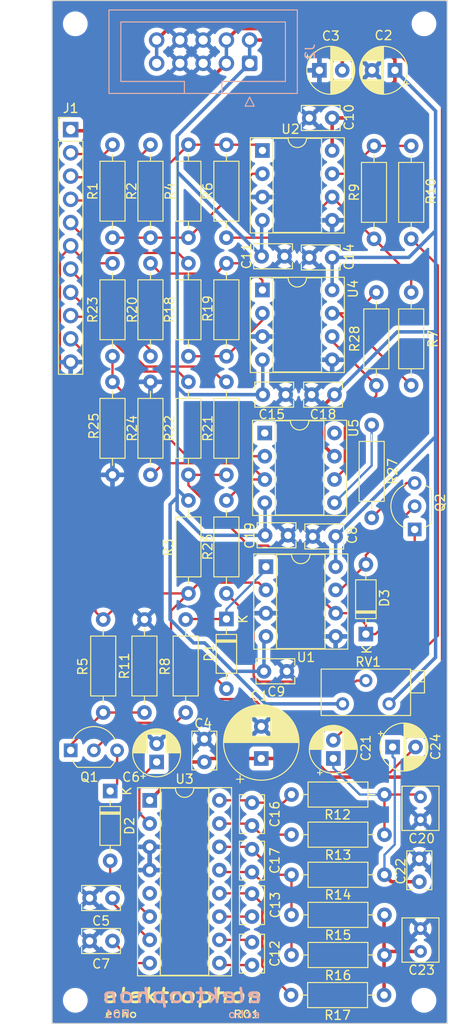
<source format=kicad_pcb>
(kicad_pcb (version 20221018) (generator pcbnew)
  (title_block (title "Noise") (date "2019-10-20") (rev "01") (comment 1 "Original design by Yves Usson") (comment 2 "PCB for main circuit") (comment 4 "License CC BY 4.0 - Attribution 4.0 International"))
  (layers (0 "F.Cu" signal) (31 "B.Cu" signal) (34 "B.Paste" user) (35 "F.Paste" user) (36 "B.SilkS" user "B.Silkscreen") (37 "F.SilkS" user "F.Silkscreen") (38 "B.Mask" user) (39 "F.Mask" user) (44 "Edge.Cuts" user))
  (net 0 "")
  (net 1 "GND")
  (net 2 "+15V")
  (net 3 "-15V")
  (net 4 "Net-(U3-CC1)")
  (net 5 "Net-(U3-REF)")
  (net 6 "+5V")
  (net 7 "Net-(U3-CC0)")
  (net 8 "Net-(U3-OP1-OUT)")
  (net 9 "Net-(U3-OP1-IN)")
  (net 10 "/VCO")
  (net 11 "Net-(U3-OP2-OUT)")
  (net 12 "Net-(U3-OP2-IN)")
  (net 13 "Net-(U3-LPF1-OUT)")
  (net 14 "Net-(U3-LPF1-IN)")
  (net 15 "/RECIRC")
  (net 16 "Net-(R26-Pad1)")
  (net 17 "/MIX_2")
  (net 18 "/MIX_1")
  (net 19 "/MIXED_OUT")
  (net 20 "/RECIRC_ATTEN")
  (net 21 "/CV")
  (net 22 "/IN2")
  (net 23 "/IN1")
  (net 24 "Net-(U3-LPF2-IN)")
  (net 25 "Net-(U3-LPF2-OUT)")
  (net 26 "Net-(D1-K)")
  (net 27 "Net-(D2-K)")
  (net 28 "Net-(D3-A)")
  (net 29 "Net-(D3-K)")
  (net 30 "Net-(Q1-E)")
  (net 31 "Net-(C20-Pad1)")
  (net 32 "Net-(C21-Pad2)")
  (net 33 "Net-(C22-Pad1)")
  (net 34 "Net-(C23-Pad1)")
  (net 35 "Net-(Q1-B)")
  (net 36 "/MIX_3")
  (net 37 "Net-(Q2-C)")
  (net 38 "Net-(U2A--)")
  (net 39 "Net-(U2B--)")
  (net 40 "Net-(U4A--)")
  (net 41 "Net-(R10-Pad2)")
  (net 42 "Net-(U5--)")
  (net 43 "Net-(R19-Pad1)")
  (net 44 "Net-(U5-+)")
  (net 45 "Net-(U5-BIAS)")
  (net 46 "Net-(U4B--)")
  (net 47 "/RECIRC_IN")
  (footprint "Capacitor_THT:CP_Radial_D5.0mm_P2.50mm" (layer "F.Cu") (at 88.265 58.42 180)
    (fp_text reference "C2")
    (fp_text value "10u")
  )
  (footprint "Capacitor_THT:CP_Radial_D5.0mm_P2.50mm" (layer "F.Cu") (at 80.01 58.42)
    (fp_text reference "C3")
    (fp_text value "10u")
  )
  (footprint "Capacitor_THT:CP_Radial_D8.0mm_P3.50mm" (layer "F.Cu") (at 73.66 133.604 90)
    (fp_text reference "C1")
    (fp_text value "100u")
  )
  (footprint "Capacitor_THT:C_Rect_L4.0mm_W2.5mm_P2.50mm" (layer "F.Cu") (at 67.437 133.985 90)
    (fp_text reference "C4")
    (fp_text value "0.1u")
  )
  (footprint "Capacitor_THT:C_Rect_L4.0mm_W2.5mm_P2.50mm" (layer "F.Cu") (at 57.404 148.844 180)
    (fp_text reference "C5")
    (fp_text value "0.1u")
  )
  (footprint "Capacitor_THT:CP_Radial_D5.0mm_P2.00mm" (layer "F.Cu") (at 62.23 133.985 90)
    (fp_text reference "C6")
    (fp_text value "4.7u")
  )
  (footprint "Capacitor_THT:C_Rect_L4.0mm_W2.5mm_P2.50mm" (layer "F.Cu") (at 57.404 153.543 180)
    (fp_text reference "C7")
    (fp_text value "0.1u")
  )
  (footprint "Capacitor_THT:C_Rect_L4.0mm_W2.5mm_P2.50mm" (layer "F.Cu") (at 72.644 153.67 -90)
    (fp_text reference "C12")
    (fp_text value "0.1u")
  )
  (footprint "Capacitor_THT:C_Rect_L4.0mm_W2.5mm_P2.50mm" (layer "F.Cu") (at 72.644 150.876 90)
    (fp_text reference "C13")
    (fp_text value "0.1u")
  )
  (footprint "Capacitor_THT:C_Rect_L4.0mm_W2.5mm_P2.50mm" (layer "F.Cu") (at 72.644 138.43 -90)
    (fp_text reference "C16")
    (fp_text value "560p")
  )
  (footprint "Capacitor_THT:C_Rect_L4.0mm_W2.5mm_P2.50mm" (layer "F.Cu") (at 81.788 109.347 180)
    (fp_text reference "C8")
    (fp_text value "0.1u")
  )
  (footprint "Capacitor_THT:C_Rect_L4.0mm_W2.5mm_P2.50mm" (layer "F.Cu") (at 72.644 143.51 -90)
    (fp_text reference "C17")
    (fp_text value "560p")
  )
  (footprint "Capacitor_THT:C_Rect_L4.6mm_W3.8mm_P2.50mm_MKS02_FKP02" (layer "F.Cu") (at 91.059 137.795 -90)
    (fp_text reference "C20")
    (fp_text value "5n6")
  )
  (footprint "Capacitor_THT:C_Rect_L4.0mm_W2.5mm_P2.50mm" (layer "F.Cu") (at 81.407 78.867 180)
    (fp_text reference "C14")
    (fp_text value "0.1u")
  )
  (footprint "Capacitor_THT:C_Rect_L4.0mm_W2.5mm_P2.50mm" (layer "F.Cu") (at 76.327 93.853 180)
    (fp_text reference "C15")
    (fp_text value "0.1u")
  )
  (footprint "Capacitor_THT:CP_Radial_D5.0mm_P2.00mm" (layer "F.Cu") (at 81.534 133.604 90)
    (fp_text reference "C21")
    (fp_text value "4.7u")
  )
  (footprint "Capacitor_THT:C_Rect_L4.0mm_W2.5mm_P2.50mm" (layer "F.Cu") (at 90.932 147.066 90)
    (fp_text reference "C22")
    (fp_text value "10n")
  )
  (footprint "Capacitor_THT:C_Rect_L4.6mm_W3.8mm_P2.50mm_MKS02_FKP02" (layer "F.Cu") (at 91.059 154.686 90)
    (fp_text reference "C23")
    (fp_text value "5n6")
  )
  (footprint "Capacitor_THT:C_Rect_L4.0mm_W2.5mm_P2.50mm" (layer "F.Cu") (at 81.661 93.853 180)
    (fp_text reference "C18")
    (fp_text value "0.1u")
  )
  (footprint "Capacitor_THT:C_Rect_L4.0mm_W2.5mm_P2.50mm" (layer "F.Cu") (at 76.581 109.22 180)
    (fp_text reference "C19")
    (fp_text value "0.1u")
  )
  (footprint "Capacitor_THT:CP_Radial_D5.0mm_P2.50mm" (layer "F.Cu") (at 88.011 132.354)
    (fp_text reference "C24")
    (fp_text value "10u")
  )
  (footprint "Diode_THT:D_DO-35_SOD27_P7.62mm_Horizontal" (layer "F.Cu") (at 69.85 118.364 -90)
    (fp_text reference "D1")
    (fp_text value "1N4148")
  )
  (footprint "Diode_THT:D_DO-35_SOD27_P7.62mm_Horizontal" (layer "F.Cu") (at 57.15 137.16 -90)
    (fp_text reference "D2")
    (fp_text value "1N4148")
  )
  (footprint "Diode_THT:D_DO-35_SOD27_P7.62mm_Horizontal" (layer "F.Cu") (at 85.09 120.015 90)
    (fp_text reference "D3")
    (fp_text value "1N4148")
  )
  (footprint "Resistor_THT:R_Axial_DIN0207_L6.3mm_D2.5mm_P10.16mm_Horizontal" (layer "F.Cu") (at 57.404 76.708 90)
    (fp_text reference "R1")
    (fp_text value "100k")
  )
  (footprint "Resistor_THT:R_Axial_DIN0207_L6.3mm_D2.5mm_P10.16mm_Horizontal" (layer "F.Cu") (at 61.552666 76.708 90)
    (fp_text reference "R2")
    (fp_text value "100k")
  )
  (footprint "Resistor_THT:R_Axial_DIN0207_L6.3mm_D2.5mm_P10.16mm_Horizontal" (layer "F.Cu") (at 65.701332 105.41 -90)
    (fp_text reference "R3")
    (fp_text value "300k")
  )
  (footprint "Resistor_THT:R_Axial_DIN0207_L6.3mm_D2.5mm_P10.16mm_Horizontal" (layer "F.Cu") (at 65.701332 66.548 -90)
    (fp_text reference "R4")
    (fp_text value "100k")
  )
  (footprint "Resistor_THT:R_Axial_DIN0207_L6.3mm_D2.5mm_P10.16mm_Horizontal" (layer "F.Cu") (at 56.391 128.58 90)
    (fp_text reference "R5")
    (fp_text value "27k")
  )
  (footprint "Resistor_THT:R_Axial_DIN0207_L6.3mm_D2.5mm_P10.16mm_Horizontal" (layer "F.Cu") (at 69.85 76.708 90)
    (fp_text reference "R6")
    (fp_text value "100k")
  )
  (footprint "Resistor_THT:R_Axial_DIN0207_L6.3mm_D2.5mm_P10.16mm_Horizontal" (layer "F.Cu") (at 90.043 82.677 -90)
    (fp_text reference "R7")
    (fp_text value "100k")
  )
  (footprint "Resistor_THT:R_Axial_DIN0207_L6.3mm_D2.5mm_P10.16mm_Horizontal" (layer "F.Cu") (at 65.4 128.58 90)
    (fp_text reference "R8")
    (fp_text value "220k")
  )
  (footprint "Resistor_THT:R_Axial_DIN0207_L6.3mm_D2.5mm_P10.16mm_Horizontal" (layer "F.Cu") (at 85.979 66.675 -90)
    (fp_text reference "R9")
    (fp_text value "100k")
  )
  (footprint "Resistor_THT:R_Axial_DIN0207_L6.3mm_D2.5mm_P10.16mm_Horizontal" (layer "F.Cu") (at 90.043 76.835 90)
    (fp_text reference "R10")
    (fp_text value "15k")
  )
  (footprint "Resistor_THT:R_Axial_DIN0207_L6.3mm_D2.5mm_P10.16mm_Horizontal" (layer "F.Cu") (at 87.122 137.541 180)
    (fp_text reference "R12")
    (fp_text value "10k")
  )
  (footprint "Resistor_THT:R_Axial_DIN0207_L6.3mm_D2.5mm_P10.16mm_Horizontal" (layer "F.Cu") (at 87.122 141.9228 180)
    (fp_text reference "R13")
    (fp_text value "15k")
  )
  (footprint "Resistor_THT:R_Axial_DIN0207_L6.3mm_D2.5mm_P10.16mm_Horizontal" (layer "F.Cu") (at 60.8955 118.42 -90)
    (fp_text reference "R11")
    (fp_text value "470")
  )
  (footprint "Resistor_THT:R_Axial_DIN0207_L6.3mm_D2.5mm_P10.16mm_Horizontal" (layer "F.Cu") (at 87.122 146.3046 180)
    (fp_text reference "R14")
    (fp_text value "2k7")
  )
  (footprint "Resistor_THT:R_Axial_DIN0207_L6.3mm_D2.5mm_P10.16mm_Horizontal" (layer "F.Cu") (at 87.122 150.6864 180)
    (fp_text reference "R15")
    (fp_text value "15k")
  )
  (footprint "Resistor_THT:R_Axial_DIN0207_L6.3mm_D2.5mm_P10.16mm_Horizontal" (layer "F.Cu") (at 87.122 155.0682 180)
    (fp_text reference "R16")
    (fp_text value "10k")
  )
  (footprint "Resistor_THT:R_Axial_DIN0207_L6.3mm_D2.5mm_P10.16mm_Horizontal" (layer "F.Cu") (at 87.08 159.45 180)
    (fp_text reference "R17")
    (fp_text value "15k")
  )
  (footprint "Resistor_THT:R_Axial_DIN0207_L6.3mm_D2.5mm_P10.16mm_Horizontal" (layer "F.Cu") (at 65.701332 89.662 90)
    (fp_text reference "R18")
    (fp_text value "100k")
  )
  (footprint "Resistor_THT:R_Axial_DIN0207_L6.3mm_D2.5mm_P10.16mm_Horizontal" (layer "F.Cu") (at 69.85 79.502 -90)
    (fp_text reference "R19")
    (fp_text value "100k")
  )
  (footprint "Resistor_THT:R_Axial_DIN0207_L6.3mm_D2.5mm_P10.16mm_Horizontal" (layer "F.Cu") (at 61.552666 89.662 90)
    (fp_text reference "R20")
    (fp_text value "1k")
  )
  (footprint "Resistor_THT:R_Axial_DIN0207_L6.3mm_D2.5mm_P10.16mm_Horizontal" (layer "F.Cu") (at 69.85 102.616 90)
    (fp_text reference "R21")
    (fp_text value "20k")
  )
  (footprint "Resistor_THT:R_Axial_DIN0207_L6.3mm_D2.5mm_P10.16mm_Horizontal" (layer "F.Cu") (at 65.701332 102.616 90)
    (fp_text reference "R22")
    (fp_text value "47k")
  )
  (footprint "Resistor_THT:R_Axial_DIN0207_L6.3mm_D2.5mm_P10.16mm_Horizontal" (layer "F.Cu") (at 57.404 89.662 90)
    (fp_text reference "R23")
    (fp_text value "100k")
  )
  (footprint "Resistor_THT:R_Axial_DIN0207_L6.3mm_D2.5mm_P10.16mm_Horizontal" (layer "F.Cu") (at 61.552666 102.616 90)
    (fp_text reference "R24")
    (fp_text value "470")
  )
  (footprint "Resistor_THT:R_Axial_DIN0207_L6.3mm_D2.5mm_P10.16mm_Horizontal" (layer "F.Cu") (at 57.404 92.456 -90)
    (fp_text reference "R25")
    (fp_text value "470")
  )
  (footprint "Resistor_THT:R_Axial_DIN0207_L6.3mm_D2.5mm_P10.16mm_Horizontal" (layer "F.Cu") (at 69.85 115.57 90)
    (fp_text reference "R26")
    (fp_text value "1M")
  )
  (footprint "Resistor_THT:R_Axial_DIN0207_L6.3mm_D2.5mm_P10.16mm_Horizontal" (layer "F.Cu") (at 85.725 107.315 90)
    (fp_text reference "R27")
    (fp_text value "27k")
  )
  (footprint "Resistor_THT:R_Axial_DIN0207_L6.3mm_D2.5mm_P10.16mm_Horizontal" (layer "F.Cu") (at 86.233 92.837 90)
    (fp_text reference "R28")
    (fp_text value "47k")
  )
  (footprint "Package_DIP:DIP-16_W7.62mm_Socket" (layer "F.Cu") (at 61.468 138.176)
    (fp_text reference "U3")
    (fp_text value "PT2399")
  )
  (footprint "Package_DIP:DIP-8_W7.62mm_Socket" (layer "F.Cu") (at 74.168 112.649)
    (fp_text reference "U1")
    (fp_text value "TL072")
  )
  (footprint "Package_DIP:DIP-8_W7.62mm_Socket" (layer "F.Cu") (at 74.041 98.044)
    (fp_text reference "U5")
    (fp_text value "CA3080")
  )
  (footprint "Capacitor_THT:C_Rect_L4.0mm_W2.5mm_P2.50mm" (layer "F.Cu") (at 81.407 63.627 180)
    (fp_text reference "C10")
    (fp_text value "0.1u")
  )
  (footprint "Capacitor_THT:C_Rect_L4.0mm_W2.5mm_P2.50mm" (layer "F.Cu") (at 76.2 78.74 180)
    (fp_text reference "C11")
    (fp_text value "0.1u")
  )
  (footprint "Package_DIP:DIP-8_W7.62mm_Socket" (layer "F.Cu") (at 73.787 67.183)
    (fp_text reference "U2")
    (fp_text value "OPA2134")
  )
  (footprint "Package_DIP:DIP-8_W7.62mm_Socket" (layer "F.Cu") (at 73.787 82.423)
    (fp_text reference "U4")
    (fp_text value "OPA2134")
  )
  (footprint "Capacitor_THT:C_Rect_L4.0mm_W2.5mm_P2.50mm" (layer "F.Cu") (at 76.454 124.079 180)
    (fp_text reference "C9")
    (fp_text value "0.1u")
  )
  (footprint "Potentiometer_THT:Potentiometer_Bourns_3296Z_Horizontal" (layer "F.Cu") (at 82.55 127.635 180)
    (fp_text reference "RV1")
    (fp_text value "100k")
  )
  (footprint "MountingHole:MountingHole_2.2mm_M2" (layer "F.Cu") (at 53.34 53.34)
    (fp_text reference "H1" hide)
    (fp_text value "MountingHole" hide)
  )
  (footprint "MountingHole:MountingHole_2.2mm_M2" (layer "F.Cu") (at 91.44 160.02)
    (fp_text reference "H2" hide)
    (fp_text value "MountingHole" hide)
  )
  (footprint "MountingHole:MountingHole_2.2mm_M2" (layer "F.Cu") (at 91.44 53.34)
    (fp_text reference "H3" hide)
    (fp_text value "MountingHole" hide)
  )
  (footprint "MountingHole:MountingHole_2.2mm_M2" (layer "F.Cu") (at 53.34 160.02)
    (fp_text reference "H4" hide)
    (fp_text value "MountingHole" hide)
  )
  (footprint "Connector_PinHeader_2.54mm:PinHeader_1x11_P2.54mm_Vertical" (layer "F.Cu") (at 52.832 64.897)
    (fp_text reference "J1")
    (fp_text value "Conn_01x11_Female")
  )
  (footprint "Package_TO_SOT_THT:TO-92_Inline_Wide" (layer "F.Cu") (at 52.832 132.715)
    (fp_text reference "Q1")
    (fp_text value "2N3904")
  )
  (footprint "Package_TO_SOT_THT:TO-92_Inline_Wide" (layer "F.Cu") (at 90.424 108.585 90)
    (fp_text reference "Q2")
    (fp_text value "2N3906")
  )
  (footprint "elektrophon:elektrophon logo" (layer "F.Cu") (at 65.024 160.528)
    (fp_text reference "REF**" hide)
    (fp_text value "elektrophon logo" hide)
  )
  (footprint "Connector_IDC:IDC-Header_2x05_P2.54mm_Vertical" (layer "B.Cu") (at 72.39 57.658 90)
    (fp_text reference "J2")
    (fp_text value "IDC Header")
  )
  (gr_line (start 50.8 162.56) (end 50.8 50.8) (stroke (width 0.12)) (layer "Edge.Cuts"))
  (gr_line (start 93.98 50.8) (end 93.98 162.56) (stroke (width 0.12)) (layer "Edge.Cuts"))
  (gr_line (start 93.98 162.56) (end 50.8 162.56) (stroke (width 0.12)) (layer "Edge.Cuts"))
  (gr_line (start 50.8 50.8) (end 93.98 50.8) (stroke (width 0.12)) (layer "Edge.Cuts"))
  (segment (start 69.85 57.658) (end 62.484 65.024) (width 0.381) (layer "F.Cu") (net 2))
  (segment (start 80.470499 99.393499) (end 81.661 100.584) (width 0.381) (layer "F.Cu") (net 2))
  (segment (start 81.407 63.627) (end 81.407 67.183) (width 0.381) (layer "F.Cu") (net 2))
  (segment (start 71.104101 53.863899) (end 84.889899 53.863899) (width 0.381) (layer "F.Cu") (net 2))
  (segment (start 84.239 63.627) (end 81.407 63.627) (width 0.381) (layer "F.Cu") (net 2))
  (segment (start 80.470499 95.043501) (end 80.470499 99.393499) (width 0.381) (layer "F.Cu") (net 2))
  (segment (start 88.265 57.239) (end 88.265 58.42) (width 0.381) (layer "F.Cu") (net 2))
  (segment (start 81.661 93.853) (end 80.470499 95.043501) (width 0.381) (layer "F.Cu") (net 2))
  (segment (start 88.265 59.601) (end 84.239 63.627) (width 0.381) (layer "F.Cu") (net 2))
  (segment (start 84.889899 53.863899) (end 88.265 57.239) (width 0.381) (layer "F.Cu") (net 2))
  (segment (start 69.85 55.118) (end 71.104101 53.863899) (width 0.381) (layer "F.Cu") (net 2))
  (segment (start 88.265 58.42) (end 88.265 59.601) (width 0.381) (layer "F.Cu") (net 2))
  (segment (start 62.484 65.024) (end 52.832 65.024) (width 0.381) (layer "F.Cu") (net 2))
  (segment (start 92.71 62.865) (end 88.265 58.42) (width 0.381) (layer "B.Cu") (net 2))
  (segment (start 69.85 57.658) (end 69.85 55.118) (width 0.381) (layer "B.Cu") (net 2))
  (segment (start 92.71 76.708) (end 92.71 63.246) (width 0.381) (layer "B.Cu") (net 2))
  (segment (start 92.71 76.708) (end 92.71 75.929942) (width 0.381) (layer "B.Cu") (net 2))
  (segment (start 92.71 93.98) (end 92.71 122.555) (width 0.381) (layer "B.Cu") (net 2))
  (segment (start 92.71 63.246) (end 92.71 62.865) (width 0.381) (layer "B.Cu") (net 2))
  (segment (start 92.71 98.425) (end 81.788 109.347) (width 0.381) (layer "B.Cu") (net 2))
  (segment (start 89.772942 78.867) (end 92.71 75.929942) (width 0.381) (layer "B.Cu") (net 2))
  (segment (start 92.71 86.995) (end 92.71 93.98) (width 0.381) (layer "B.Cu") (net 2))
  (segment (start 92.71 86.995) (end 92.71 76.708) (width 0.381) (layer "B.Cu") (net 2))
  (segment (start 92.71 93.98) (end 92.71 98.425) (width 0.381) (layer "B.Cu") (net 2))
  (segment (start 81.788 109.347) (end 81.788 113.157) (width 0.381) (layer "B.Cu") (net 2))
  (segment (start 92.71 122.555) (end 87.63 127.635) (width 0.381) (layer "B.Cu") (net 2))
  (segment (start 92.71 86.995) (end 88.519 86.995) (width 0.381) (layer "B.Cu") (net 2))
  (segment (start 88.519 86.995) (end 81.661 93.853) (width 0.381) (layer "B.Cu") (net 2))
  (segment (start 81.407 82.423) (end 81.407 78.867) (width 0.381) (layer "B.Cu") (net 2))
  (segment (start 81.407 78.867) (end 89.772942 78.867) (width 0.381) (layer "B.Cu") (net 2))
  (segment (start 82.51 58.42) (end 82.51 57.28863) (width 0.381) (layer "F.Cu") (net 3))
  (segment (start 80.33937 55.118) (end 72.39 55.118) (width 0.381) (layer "F.Cu") (net 3))
  (segment (start 82.51 57.28863) (end 80.33937 55.118) (width 0.381) (layer "F.Cu") (net 3))
  (segment (start 73.954 124.079) (end 73.954 120.483) (width 0.381) (layer "B.Cu") (net 3))
  (segment (start 73.827 90.083) (end 73.787 90.043) (width 0.381) (layer "B.Cu") (net 3))
  (segment (start 63.7 105.845) (end 63.7 118.403622) (width 0.381) (layer "B.Cu") (net 3))
  (segment (start 64.468499 65.579501) (end 72.39 57.658) (width 0.381) (layer "B.Cu") (net 3))
  (segment (start 74.135 127.635) (end 82.55 127.635) (width 0.381) (layer "B.Cu") (net 3))
  (segment (start 67.476811 120.976811) (end 68.85 122.35) (width 0.381) (layer "B.Cu") (net 3))
  (segment (start 73.7 74.89) (end 73.787 74.803) (width 0.381) (layer "B.Cu") (net 3))
  (segment (start 64.468499 106.505499) (end 67.183 109.22) (width 0.381) (layer "B.Cu") (net 3))
  (segment (start 64.468499 67.103501) (end 64.468499 69.508499) (width 0.381) (layer "B.Cu") (net 3))
  (segment (start 63.7 118.403622) (end 66.273189 120.976811) (width 0.381) (layer "B.Cu") (net 3))
  (segment (start 64.468499 105.076501) (end 64.468499 106.505499) (width 0.381) (layer "B.Cu") (net 3))
  (segment (start 68.85 122.35) (end 70.579 124.079) (width 0.381) (layer "B.Cu") (net 3))
  (segment (start 73.827 93.853) (end 73.827 90.083) (width 0.381) (layer "B.Cu") (net 3))
  (segment (start 68.85 122.35) (end 74.135 127.635) (width 0.381) (layer "B.Cu") (net 3))
  (segment (start 64.468499 92.985109) (end 65.33639 93.853) (width 0.381) (layer "B.Cu") (net 3))
  (segment (start 64.468499 104.177167) (end 65.701332 105.41) (width 0.381) (layer "B.Cu") (net 3))
  (segment (start 67.183 109.22) (end 74.081 109.22) (width 0.381) (layer "B.Cu") (net 3))
  (segment (start 65.33639 93.853) (end 73.827 93.853) (width 0.381) (layer "B.Cu") (net 3))
  (segment (start 74.081 105.704) (end 74.041 105.664) (width 0.381) (layer "B.Cu") (net 3))
  (segment (start 64.468499 84.756501) (end 64.468499 67.103501) (width 0.381) (layer "B.Cu") (net 3))
  (segment (start 64.468499 103.330499) (end 64.468499 104.177167) (width 0.381) (layer "B.Cu") (net 3))
  (segment (start 64.468499 103.330499) (end 64.468499 84.756501) (width 0.381) (layer "B.Cu") (net 3))
  (segment (start 72.39 55.118) (end 72.39 57.658) (width 0.381) (layer "B.Cu") (net 3))
  (segment (start 64.468499 67.103501) (end 64.468499 65.579501) (width 0.381) (layer "B.Cu") (net 3))
  (segment (start 64.468499 84.756501) (end 64.468499 92.985109) (width 0.381) (layer "B.Cu") (net 3))
  (segment (start 64.468499 105.076501) (end 63.7 105.845) (width 0.381) (layer "B.Cu") (net 3))
  (segment (start 73.954 120.483) (end 74.168 120.269) (width 0.381) (layer "B.Cu") (net 3))
  (segment (start 74.081 109.22) (end 74.081 105.704) (width 0.381) (layer "B.Cu") (net 3))
  (segment (start 64.468499 69.508499) (end 73.7 78.74) (width 0.381) (layer "B.Cu") (net 3))
  (segment (start 64.468499 105.076501) (end 64.468499 103.330499) (width 0.381) (layer "B.Cu") (net 3))
  (segment (start 66.273189 120.976811) (end 67.476811 120.976811) (width 0.381) (layer "B.Cu") (net 3))
  (segment (start 73.7 78.74) (end 73.7 74.89) (width 0.381) (layer "B.Cu") (net 3))
  (segment (start 70.579 124.079) (end 73.954 124.079) (width 0.381) (layer "B.Cu") (net 3))
  (segment (start 61.468 153.416) (end 57.404 149.352) (width 0.25) (layer "F.Cu") (net 4))
  (segment (start 57.404 149.352) (end 57.404 148.844) (width 0.25) (layer "F.Cu") (net 4))
  (segment (start 60.343 139.591) (end 61.468 140.716) (width 0.25) (layer "F.Cu") (net 5))
  (segment (start 60.343 135.872) (end 60.343 139.591) (width 0.25) (layer "F.Cu") (net 5))
  (segment (start 62.23 133.985) (end 60.343 135.872) (width 0.25) (layer "F.Cu") (net 5))
  (segment (start 73.66 133.604) (end 67.818 133.604) (width 0.381) (layer "F.Cu") (net 6))
  (segment (start 67.437 133.985) (end 65.659 133.985) (width 0.381) (layer "F.Cu") (net 6))
  (segment (start 79.756 135.636) (end 77.724 133.604) (width 0.381) (layer "F.Cu") (net 6))
  (segment (start 65.659 133.985) (end 61.468 138.176) (width 0.381) (layer "F.Cu") (net 6))
  (segment (start 85.43079 53.282888) (end 93.472 61.324098) (width 0.381) (layer "F.Cu") (net 6))
  (segment (start 67.818 133.604) (end 67.437 133.985) (width 0.381) (layer "F.Cu") (net 6))
  (segment (start 64.065112 53.282888) (end 85.43079 53.282888) (width 0.381) (layer "F.Cu") (net 6))
  (segment (start 93.472 61.324098) (end 93.472 132.503412) (width 0.381) (layer "F.Cu") (net 6))
  (segment (start 90.339412 135.636) (end 79.756 135.636) (width 0.381) (layer "F.Cu") (net 6))
  (segment (start 77.724 133.604) (end 73.66 133.604) (width 0.381) (layer "F.Cu") (net 6))
  (segment (start 93.472 132.503412) (end 90.339412 135.636) (width 0.381) (layer "F.Cu") (net 6))
  (segment (start 62.23 55.118) (end 64.065112 53.282888) (width 0.381) (layer "F.Cu") (net 6))
  (segment (start 62.23 55.118) (end 62.23 57.658) (width 0.381) (layer "B.Cu") (net 6))
  (segment (start 59.817 155.956) (end 57.404 153.543) (width 0.25) (layer "F.Cu") (net 7))
  (segment (start 61.468 155.956) (end 59.817 155.956) (width 0.25) (layer "F.Cu") (net 7))
  (segment (start 69.302 156.17) (end 69.088 155.956) (width 0.25) (layer "F.Cu") (net 8))
  (segment (start 72.644 156.17) (end 69.302 156.17) (width 0.25) (layer "F.Cu") (net 8))
  (segment (start 72.39 153.416) (end 72.644 153.67) (width 0.25) (layer "F.Cu") (net 9))
  (segment (start 69.088 153.416) (end 72.39 153.416) (width 0.25) (layer "F.Cu") (net 9))
  (segment (start 57.15 146.558) (end 57.15 144.78) (width 0.25) (layer "F.Cu") (net 10))
  (segment (start 61.468 150.876) (end 57.15 146.558) (width 0.25) (layer "F.Cu") (net 10))
  (segment (start 76.92 159.45) (end 73.769 156.299) (width 0.25) (layer "F.Cu") (net 11))
  (segment (start 69.088 148.336) (end 72.604 148.336) (width 0.25) (layer "F.Cu") (net 11))
  (segment (start 73.769 149.501) (end 72.644 148.376) (width 0.25) (layer "F.Cu") (net 11))
  (segment (start 73.769 156.299) (end 73.769 149.501) (width 0.25) (layer "F.Cu") (net 11))
  (segment (start 72.604 148.336) (end 72.644 148.376) (width 0.25) (layer "F.Cu") (net 11))
  (segment (start 72.644 150.876) (end 69.088 150.876) (width 0.25) (layer "F.Cu") (net 12))
  (segment (start 76.962 141.9228) (end 73.6368 141.9228) (width 0.25) (layer "F.Cu") (net 13))
  (segment (start 73.6368 141.9228) (end 72.644 140.93) (width 0.25) (layer "F.Cu") (net 13))
  (segment (start 72.43 140.716) (end 72.644 140.93) (width 0.25) (layer "F.Cu") (net 13))
  (segment (start 69.088 140.716) (end 72.43 140.716) (width 0.25) (layer "F.Cu") (net 13))
  (segment (start 72.39 138.176) (end 72.644 138.43) (width 0.25) (layer "F.Cu") (net 14))
  (segment (start 69.088 138.176) (end 72.39 138.176) (width 0.25) (layer "F.Cu") (net 14))
  (segment (start 72.644 138.43) (end 76.073 138.43) (width 0.25) (layer "F.Cu") (net 14))
  (segment (start 76.073 138.43) (end 76.962 137.541) (width 0.25) (layer "F.Cu") (net 14))
  (segment (start 90.043 92.837) (end 82.169 84.963) (width 0.25) (layer "F.Cu") (net 15))
  (segment (start 81.407 84.963) (end 83.947 84.963) (width 0.25) (layer "F.Cu") (net 15))
  (segment (start 83.947 84.963) (end 86.233 82.677) (width 0.25) (layer "F.Cu") (net 15))
  (segment (start 82.169 84.963) (end 81.407 84.963) (width 0.25) (layer "F.Cu") (net 15))
  (segment (start 72.828999 118.548999) (end 72.828999 124.619001) (width 0.25) (layer "F.Cu") (net 16))
  (segment (start 73.413999 125.204001) (end 83.962766 125.204001) (width 0.25) (layer "F.Cu") (net 16))
  (segment (start 84.071767 125.095) (end 85.09 125.095) (width 0.25) (layer "F.Cu") (net 16))
  (segment (start 69.85 115.57) (end 72.828999 118.548999) (width 0.25) (layer "F.Cu") (net 16))
  (segment (start 83.962766 125.204001) (end 84.071767 125.095) (width 0.25) (layer "F.Cu") (net 16))
  (segment (start 72.828999 124.619001) (end 73.413999 125.204001) (width 0.25) (layer "F.Cu") (net 16))
  (segment (start 65.701332 79.502) (end 64.576331 78.376999) (width 0.25) (layer "F.Cu") (net 17))
  (segment (start 56.024999 78.376999) (end 52.832 75.184) (width 0.25) (layer "F.Cu") (net 17))
  (segment (start 64.576331 78.376999) (end 56.024999 78.376999) (width 0.25) (layer "F.Cu") (net 17))
  (segment (start 73.152 66.548) (end 73.787 67.183) (width 0.25) (layer "F.Cu") (net 18))
  (segment (start 65.701332 66.548) (end 69.85 66.548) (width 0.25) (layer "F.Cu") (net 18))
  (segment (start 69.85 66.548) (end 73.152 66.548) (width 0.25) (layer "F.Cu") (net 18))
  (segment (start 52.832 72.644) (end 59.605332 72.644) (width 0.25) (layer "F.Cu") (net 18))
  (segment (start 59.605332 72.644) (end 65.701332 66.548) (width 0.25) (layer "F.Cu") (net 18))
  (segment (start 61.552666 88.984666) (end 61.552666 89.662) (width 0.25) (layer "F.Cu") (net 19))
  (segment (start 52.832 80.264) (end 61.552666 88.984666) (width 0.25) (layer "F.Cu") (net 19))
  (segment (start 64.576331 91.330999) (end 60.738001 91.330999) (width 0.25) (layer "F.Cu") (net 20))
  (segment (start 54.751002 85.344) (end 52.832 85.344) (width 0.25) (layer "F.Cu") (net 20))
  (segment (start 65.701332 92.456) (end 64.576331 91.330999) (width 0.25) (layer "F.Cu") (net 20))
  (segment (start 60.738001 91.330999) (end 54.751002 85.344) (width 0.25) (layer "F.Cu") (net 20))
  (segment (start 63.8 117.471332) (end 63.8 119.934) (width 0.25) (layer "F.Cu") (net 21))
  (segment (start 55.55 90.475) (end 52.832 87.757) (width 0.25) (layer "F.Cu") (net 21))
  (segment (start 66.882331 114.389001) (end 73.368001 114.389001) (width 0.25) (layer "F.Cu") (net 21))
  (segment (start 65.701332 115.57) (end 66.882331 114.389001) (width 0.25) (layer "F.Cu") (net 21))
  (segment (start 63.8 119.934) (end 69.85 125.984) (width 0.25) (layer "F.Cu") (net 21))
  (segment (start 59.241 115.57) (end 56.391 118.42) (width 0.25) (layer "F.Cu") (net 21))
  (segment (start 55.55 117.579) (end 55.55 90.475) (width 0.25) (layer "F.Cu") (net 21))
  (segment (start 73.368001 114.389001) (end 74.168 115.189) (width 0.25) (layer "F.Cu") (net 21))
  (segment (start 56.391 118.42) (end 55.55 117.579) (width 0.25) (layer "F.Cu") (net 21))
  (segment (start 65.701332 115.57) (end 63.8 117.471332) (width 0.25) (layer "F.Cu") (net 21))
  (segment (start 65.701332 115.57) (end 59.241 115.57) (width 0.25) (layer "F.Cu") (net 21))
  (segment (start 52.832 70.104) (end 58.123666 70.104) (width 0.25) (layer "F.Cu") (net 22))
  (segment (start 58.123666 70.104) (end 61.552666 66.675) (width 0.25) (layer "F.Cu") (net 22))
  (segment (start 56.515 67.564) (end 57.404 66.675) (width 0.25) (layer "F.Cu") (net 23))
  (segment (start 52.832 67.564) (end 56.515 67.564) (width 0.25) (layer "F.Cu") (net 23))
  (segment (start 75.184 151.188613) (end 75.184 148.55) (width 0.25) (layer "F.Cu") (net 24))
  (segment (start 72.644 146.01) (end 69.302 146.01) (width 0.25) (layer "F.Cu") (net 24))
  (segment (start 72.644 146.01) (end 75.184 148.55) (width 0.25) (layer "F.Cu") (net 24))
  (segment (start 69.302 146.01) (end 69.088 145.796) (width 0.25) (layer "F.Cu") (net 24))
  (segment (start 76.962 152.966613) (end 75.184 151.188613) (width 0.25) (layer "F.Cu") (net 24))
  (segment (start 76.962 155.0682) (end 76.962 152.966613) (width 0.25) (layer "F.Cu") (net 24))
  (segment (start 75.4386 146.3046) (end 72.644 143.51) (width 0.25) (layer "F.Cu") (net 25))
  (segment (start 72.39 143.256) (end 72.644 143.51) (width 0.25) (layer "F.Cu") (net 25))
  (segment (start 76.962 146.3046) (end 75.4386 146.3046) (width 0.25) (layer "F.Cu") (net 25))
  (segment (start 76.962 146.3046) (end 76.962 150.6864) (width 0.25) (layer "F.Cu") (net 25))
  (segment (start 69.088 143.256) (end 72.39 143.256) (width 0.25) (layer "F.Cu") (net 25))
  (segment (start 65.659 118.364) (end 69.85 118.364) (width 0.25) (layer "F.Cu") (net 26))
  (segment (start 74.168 112.996) (end 74.168 112.649) (width 0.25) (layer "B.Cu") (net 26))
  (segment (start 69.85 117.314) (end 74.168 112.996) (width 0.25) (layer "B.Cu") (net 26))
  (segment (start 69.85 118.364) (end 69.85 117.314) (width 0.25) (layer "B.Cu") (net 26))
  (segment (start 57.912 132.715) (end 57.912 136.398) (width 0.25) (layer "F.Cu") (net 27))
  (segment (start 57.912 136.398) (end 57.15 137.16) (width 0.25) (layer "F.Cu") (net 27))
  (segment (start 85.09 112.395) (end 82.296 115.189) (width 0.25) (layer "F.Cu") (net 28))
  (segment (start 90.424 106.045) (end 85.09 111.379) (width 0.25) (layer "F.Cu") (net 28))
  (segment (start 85.09 111.379) (end 85.09 112.395) (width 0.25) (layer "F.Cu") (net 28))
  (segment (start 82.296 115.189) (end 81.788 115.189) (width 0.25) (layer "F.Cu") (net 28))
  (segment (start 90.424 115.731) (end 86.14 120.015) (width 0.25) (layer "F.Cu") (net 29))
  (segment (start 65.701332 102.616) (end 69.85 102.616) (width 0.25) (layer "F.Cu") (net 29))
  (segment (start 90.424 108.585) (end 90.424 115.731) (width 0.25) (layer "F.Cu") (net 29))
  (segment (start 65.701332 103.74737) (end 65.701332 102.616) (width 0.25) (layer "F.Cu") (net 29))
  (segment (start 85.09 118.965) (end 83.854 117.729) (width 0.25) (layer "F.Cu") (net 29))
  (segment (start 85.09 120.015) (end 85.09 118.965) (width 0.25) (layer "F.Cu") (net 29))
  (segment (start 72.298963 110.345001) (end 65.701332 103.74737) (width 0.25) (layer "F.Cu") (net 29))
  (segment (start 74.404001 110.345001) (end 72.298963 110.345001) (width 0.25) (layer "F.Cu") (net 29))
  (segment (start 86.14 120.015) (end 85.09 120.015) (width 0.25) (layer "F.Cu") (net 29))
  (segment (start 83.854 117.729) (end 81.788 117.729) (width 0.25) (layer "F.Cu") (net 29))
  (segment (start 81.788 117.729) (end 74.404001 110.345001) (width 0.25) (layer "F.Cu") (net 29))
  (segment (start 56.391 128.58) (end 52.832 132.139) (width 0.25) (layer "F.Cu") (net 30))
  (segment (start 60.8955 128.58) (end 56.391 128.58) (width 0.25) (layer "F.Cu") (net 30))
  (segment (start 52.832 132.139) (end 52.832 132.715) (width 0.25) (layer "F.Cu") (net 30))
  (segment (start 87.122 137.541) (end 90.805 137.541) (width 0.25) (layer "F.Cu") (net 31))
  (segment (start 87.122 141.3256) (end 87.122 137.541) (width 0.25) (layer "F.Cu") (net 31))
  (segment (start 90.805 137.541) (end 91.059 137.795) (width 0.25) (layer "F.Cu") (net 31))
  (segment (start 87.122 137.541) (end 84.421 137.541) (width 0.25) (layer "B.Cu") (net 31))
  (segment (start 81.534 134.654) (end 81.534 133.604) (width 0.25) (layer "B.Cu") (net 31))
  (segment (start 84.421 137.541) (end 81.534 134.654) (width 0.25) (layer "B.Cu") (net 31))
  (segment (start 92.956489 120.181511) (end 81.534 131.604) (width 0.25) (layer "F.Cu") (net 32))
  (segment (start 92.956489 120.181511) (end 92.956489 79.748489) (width 0.25) (layer "F.Cu") (net 32))
  (segment (start 92.956489 79.748489) (end 90.043 76.835) (width 0.25) (layer "F.Cu") (net 32))
  (segment (start 87.8834 147.066) (end 87.122 146.3046) (width 0.381) (layer "F.Cu") (net 33))
  (segment (start 90.932 147.066) (end 87.8834 147.066) (width 0.381) (layer "F.Cu") (net 33))
  (segment (start 88.011 132.354) (end 88.011 133.404) (width 0.25) (layer "B.Cu") (net 33))
  (segment (start 88.247001 143) (end 87.122 144.125001) (width 0.25) (layer "B.Cu") (net 33))
  (segment (start 87.122 144.125001) (end 87.122 146.3046) (width 0.25) (layer "B.Cu") (net 33))
  (segment (start 88.011 133.404) (end 88.247001 133.640001) (width 0.25) (layer "B.Cu") (net 33))
  (segment (start 88.247001 133.640001) (end 88.247001 143) (width 0.25) (layer "B.Cu") (net 33))
  (segment (start 87.5042 154.686) (end 87.122 155.0682) (width 0.381) (layer "F.Cu") (net 34))
  (segment (start 91.059 154.686) (end 87.5042 154.686) (width 0.381) (layer "F.Cu") (net 34))
  (segment (start 87.08 150.7284) (end 87.122 150.6864) (width 0.381) (layer "F.Cu") (net 34))
  (segment (start 87.08 159.45) (end 87.08 150.7284) (width 0.381) (layer "F.Cu") (net 34))
  (segment (start 55.372 132.715) (end 58.382 129.705) (width 0.25) (layer "F.Cu") (net 35))
  (segment (start 64.275 129.705) (end 65.4 128.58) (width 0.25) (layer "F.Cu") (net 35))
  (segment (start 58.382 129.705) (end 64.275 129.705) (width 0.25) (layer "F.Cu") (net 35))
  (segment (start 51.656999 78.899001) (end 51.656999 116.356999) (width 0.25) (layer "F.Cu") (net 36))
  (segment (start 51.656999 116.356999) (end 62.409001 127.109001) (width 0.25) (layer "F.Cu") (net 36))
  (segment (start 57.404 79.502) (end 54.61 79.502) (width 0.25) (layer "F.Cu") (net 36))
  (segment (start 62.409001 127.109001) (end 72.853999 127.109001) (width 0.25) (layer "F.Cu") (net 36))
  (segment (start 80.865487 135.120489) (end 87.744511 135.120489) (width 0.25) (layer "F.Cu") (net 36))
  (segment (start 72.853999 127.109001) (end 80.865487 135.120489) (width 0.25) (layer "F.Cu") (net 36))
  (segment (start 87.744511 135.120489) (end 90.511 132.354) (width 0.25) (layer "F.Cu") (net 36))
  (segment (start 52.832 77.724) (end 51.656999 78.899001) (width 0.25) (layer "F.Cu") (net 36))
  (segment (start 54.61 79.502) (end 52.832 77.724) (width 0.25) (layer "F.Cu") (net 36))
  (segment (start 85.725 107.315) (end 89.535 103.505) (width 0.25) (layer "F.Cu") (net 37))
  (segment (start 89.535 103.505) (end 90.424 103.505) (width 0.25) (layer "F.Cu") (net 37))
  (segment (start 57.404 76.708) (end 65.701332 76.708) (width 0.25) (layer "F.Cu") (net 38))
  (segment (start 65.701332 76.708) (end 72.686332 69.723) (width 0.25) (layer "F.Cu") (net 38))
  (segment (start 72.686332 69.723) (end 73.787 69.723) (width 0.25) (layer "F.Cu") (net 38))
  (segment (start 85.979 76.835) (end 90.043 80.899) (width 0.25) (layer "F.Cu") (net 39))
  (segment (start 69.85 76.708) (end 76.962 76.708) (width 0.25) (layer "F.Cu") (net 39))
  (segment (start 76.962 76.708) (end 81.407 72.263) (width 0.25) (layer "F.Cu") (net 39))
  (segment (start 81.407 72.263) (end 85.979 76.835) (width 0.25) (layer "F.Cu") (net 39))
  (segment (start 90.043 80.899) (end 90.043 82.677) (width 0.25) (layer "F.Cu") (net 39))
  (segment (start 69.85 89.662) (end 73.787 85.725) (width 0.25) (layer "F.Cu") (net 40))
  (segment (start 73.787 85.725) (end 73.787 84.963) (width 0.25) (layer "F.Cu") (net 40))
  (segment (start 65.701332 89.662) (end 69.85 89.662) (width 0.25) (layer "F.Cu") (net 40))
  (segment (start 85.979 66.675) (end 90.043 66.675) (width 0.25) (layer "F.Cu") (net 41))
  (segment (start 81.407 69.723) (end 82.931 69.723) (width 0.25) (layer "F.Cu") (net 41))
  (segment (start 82.931 69.723) (end 85.979 66.675) (width 0.25) (layer "F.Cu") (net 41))
  (segment (start 57.404 92.456) (end 65.532 100.584) (width 0.25) (layer "F.Cu") (net 42))
  (segment (start 57.404 89.662) (end 57.404 92.456) (width 0.25) (layer "F.Cu") (net 42))
  (segment (start 65.532 100.584) (end 74.041 100.584) (width 0.25) (layer "F.Cu") (net 42))
  (segment (start 73.787 82.423) (end 73.787 81.373) (width 0.25) (layer "F.Cu") (net 43))
  (segment (start 73.787 81.373) (end 71.916 79.502) (width 0.25) (layer "F.Cu") (net 43))
  (segment (start 61.552666 79.502) (end 62.677667 80.627001) (width 0.25) (layer "F.Cu") (net 43))
  (segment (start 62.677667 80.627001) (end 68.724999 80.627001) (width 0.25) (layer "F.Cu") (net 43))
  (segment (start 68.724999 80.627001) (end 69.85 79.502) (width 0.25) (layer "F.Cu") (net 43))
  (segment (start 71.916 79.502) (end 69.85 79.502) (width 0.25) (layer "F.Cu") (net 43))
  (segment (start 72.263 101.346) (end 74.041 103.124) (width 0.25) (layer "F.Cu") (net 44))
  (segment (start 74.041 103.124) (end 72.136 103.124) (width 0.25) (layer "F.Cu") (net 44))
  (segment (start 72.136 103.124) (end 69.85 105.41) (width 0.25) (layer "F.Cu") (net 44))
  (segment (start 62.992 101.346) (end 72.263 101.346) (width 0.25) (layer "F.Cu") (net 44))
  (segment (start 61.468 102.87) (end 62.992 101.346) (width 0.25) (layer "F.Cu") (net 44))
  (segment (start 81.661 105.664) (end 85.725 101.6) (width 0.25) (layer "B.Cu") (net 45))
  (segment (start 85.725 101.6) (end 85.725 97.155) (width 0.25) (layer "B.Cu") (net 45))
  (segment (start 86.233 92.837) (end 81.407 88.011) (width 0.25) (layer "F.Cu") (net 46))
  (segment (start 82.786001 97.415369) (end 82.786001 101.998999) (width 0.25) (layer "F.Cu") (net 46))
  (segment (start 86.233 93.96837) (end 82.786001 97.415369) (width 0.25) (layer "F.Cu") (net 46))
  (segment (start 82.786001 101.998999) (end 81.661 103.124) (width 0.25) (layer "F.Cu") (net 46))
  (segment (start 81.407 88.011) (end 81.407 87.503) (width 0.25) (layer "F.Cu") (net 46))
  (segment (start 86.233 92.837) (end 86.233 93.96837) (width 0.25) (layer "F.Cu") (net 46))
  (segment (start 67.927001 90.787001) (end 69.85 92.71) (width 0.25) (layer "F.Cu") (net 47))
  (segment (start 60.943411 90.787001) (end 67.927001 90.787001) (width 0.25) (layer "F.Cu") (net 47))
  (segment (start 52.832 82.804) (end 52.96041 82.804) (width 0.25) (layer "F.Cu") (net 47))
  (segment (start 52.96041 82.804) (end 60.943411 90.787001) (width 0.25) (layer "F.Cu") (net 47))
  (zone (net 1) (net_name "GND") (layer "B.Cu") (connect_pads (clearance 0.508)) (min_thickness 0.254) (fill yes (thermal_gap 0.508) (thermal_bridge_width 0.508))
    (polygon (pts (xy 93.98 162.56) (xy 50.8 162.56) (xy 50.8 50.8) (xy 93.98 50.8)))
  )
)
</source>
